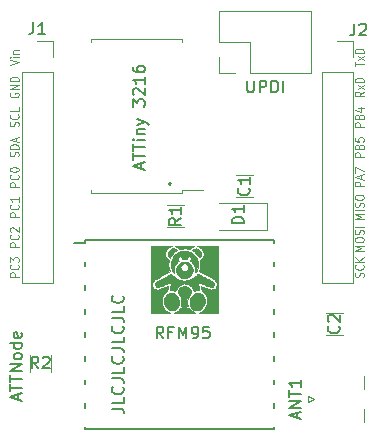
<source format=gto>
%TF.GenerationSoftware,KiCad,Pcbnew,(5.1.10)-1*%
%TF.CreationDate,2021-12-27T13:21:27+01:00*%
%TF.ProjectId,LORA_ATTINY_v3,4c4f5241-5f41-4545-9449-4e595f76332e,rev?*%
%TF.SameCoordinates,Original*%
%TF.FileFunction,Legend,Top*%
%TF.FilePolarity,Positive*%
%FSLAX46Y46*%
G04 Gerber Fmt 4.6, Leading zero omitted, Abs format (unit mm)*
G04 Created by KiCad (PCBNEW (5.1.10)-1) date 2021-12-27 13:21:27*
%MOMM*%
%LPD*%
G01*
G04 APERTURE LIST*
%ADD10C,0.150000*%
%ADD11C,0.250000*%
%ADD12C,0.100000*%
%ADD13C,0.010000*%
%ADD14C,0.120000*%
%ADD15C,0.200000*%
G04 APERTURE END LIST*
D10*
X56808666Y-74739142D02*
X56808666Y-74262952D01*
X57094380Y-74834380D02*
X56094380Y-74501047D01*
X57094380Y-74167714D01*
X56094380Y-73977238D02*
X56094380Y-73405809D01*
X57094380Y-73691523D02*
X56094380Y-73691523D01*
X56094380Y-73215333D02*
X56094380Y-72643904D01*
X57094380Y-72929619D02*
X56094380Y-72929619D01*
X57094380Y-72310571D02*
X56094380Y-72310571D01*
X57094380Y-71739142D01*
X56094380Y-71739142D01*
X57094380Y-71120095D02*
X57046761Y-71215333D01*
X56999142Y-71262952D01*
X56903904Y-71310571D01*
X56618190Y-71310571D01*
X56522952Y-71262952D01*
X56475333Y-71215333D01*
X56427714Y-71120095D01*
X56427714Y-70977238D01*
X56475333Y-70882000D01*
X56522952Y-70834380D01*
X56618190Y-70786761D01*
X56903904Y-70786761D01*
X56999142Y-70834380D01*
X57046761Y-70882000D01*
X57094380Y-70977238D01*
X57094380Y-71120095D01*
X57094380Y-69929619D02*
X56094380Y-69929619D01*
X57046761Y-69929619D02*
X57094380Y-70024857D01*
X57094380Y-70215333D01*
X57046761Y-70310571D01*
X56999142Y-70358190D01*
X56903904Y-70405809D01*
X56618190Y-70405809D01*
X56522952Y-70358190D01*
X56475333Y-70310571D01*
X56427714Y-70215333D01*
X56427714Y-70024857D01*
X56475333Y-69929619D01*
X57046761Y-69072476D02*
X57094380Y-69167714D01*
X57094380Y-69358190D01*
X57046761Y-69453428D01*
X56951523Y-69501047D01*
X56570571Y-69501047D01*
X56475333Y-69453428D01*
X56427714Y-69358190D01*
X56427714Y-69167714D01*
X56475333Y-69072476D01*
X56570571Y-69024857D01*
X56665809Y-69024857D01*
X56761047Y-69501047D01*
X64730380Y-75485047D02*
X65444666Y-75485047D01*
X65587523Y-75532666D01*
X65682761Y-75627904D01*
X65730380Y-75770761D01*
X65730380Y-75866000D01*
X65730380Y-74532666D02*
X65730380Y-75008857D01*
X64730380Y-75008857D01*
X65635142Y-73627904D02*
X65682761Y-73675523D01*
X65730380Y-73818380D01*
X65730380Y-73913619D01*
X65682761Y-74056476D01*
X65587523Y-74151714D01*
X65492285Y-74199333D01*
X65301809Y-74246952D01*
X65158952Y-74246952D01*
X64968476Y-74199333D01*
X64873238Y-74151714D01*
X64778000Y-74056476D01*
X64730380Y-73913619D01*
X64730380Y-73818380D01*
X64778000Y-73675523D01*
X64825619Y-73627904D01*
X64730380Y-72913619D02*
X65444666Y-72913619D01*
X65587523Y-72961238D01*
X65682761Y-73056476D01*
X65730380Y-73199333D01*
X65730380Y-73294571D01*
X65730380Y-71961238D02*
X65730380Y-72437428D01*
X64730380Y-72437428D01*
X65635142Y-71056476D02*
X65682761Y-71104095D01*
X65730380Y-71246952D01*
X65730380Y-71342190D01*
X65682761Y-71485047D01*
X65587523Y-71580285D01*
X65492285Y-71627904D01*
X65301809Y-71675523D01*
X65158952Y-71675523D01*
X64968476Y-71627904D01*
X64873238Y-71580285D01*
X64778000Y-71485047D01*
X64730380Y-71342190D01*
X64730380Y-71246952D01*
X64778000Y-71104095D01*
X64825619Y-71056476D01*
X64730380Y-70342190D02*
X65444666Y-70342190D01*
X65587523Y-70389809D01*
X65682761Y-70485047D01*
X65730380Y-70627904D01*
X65730380Y-70723142D01*
X65730380Y-69389809D02*
X65730380Y-69866000D01*
X64730380Y-69866000D01*
X65635142Y-68485047D02*
X65682761Y-68532666D01*
X65730380Y-68675523D01*
X65730380Y-68770761D01*
X65682761Y-68913619D01*
X65587523Y-69008857D01*
X65492285Y-69056476D01*
X65301809Y-69104095D01*
X65158952Y-69104095D01*
X64968476Y-69056476D01*
X64873238Y-69008857D01*
X64778000Y-68913619D01*
X64730380Y-68770761D01*
X64730380Y-68675523D01*
X64778000Y-68532666D01*
X64825619Y-68485047D01*
X64730380Y-67770761D02*
X65444666Y-67770761D01*
X65587523Y-67818380D01*
X65682761Y-67913619D01*
X65730380Y-68056476D01*
X65730380Y-68151714D01*
X65730380Y-66818380D02*
X65730380Y-67294571D01*
X64730380Y-67294571D01*
X65635142Y-65913619D02*
X65682761Y-65961238D01*
X65730380Y-66104095D01*
X65730380Y-66199333D01*
X65682761Y-66342190D01*
X65587523Y-66437428D01*
X65492285Y-66485047D01*
X65301809Y-66532666D01*
X65158952Y-66532666D01*
X64968476Y-66485047D01*
X64873238Y-66437428D01*
X64778000Y-66342190D01*
X64730380Y-66199333D01*
X64730380Y-66104095D01*
X64778000Y-65961238D01*
X64825619Y-65913619D01*
D11*
X69596000Y-56364142D02*
X69643619Y-56411761D01*
X69596000Y-56459380D01*
X69548380Y-56411761D01*
X69596000Y-56364142D01*
X69596000Y-56459380D01*
D12*
X56854285Y-64304761D02*
X56104285Y-64304761D01*
X56104285Y-64057142D01*
X56140000Y-63995238D01*
X56175714Y-63964285D01*
X56247142Y-63933333D01*
X56354285Y-63933333D01*
X56425714Y-63964285D01*
X56461428Y-63995238D01*
X56497142Y-64057142D01*
X56497142Y-64304761D01*
X56782857Y-63283333D02*
X56818571Y-63314285D01*
X56854285Y-63407142D01*
X56854285Y-63469047D01*
X56818571Y-63561904D01*
X56747142Y-63623809D01*
X56675714Y-63654761D01*
X56532857Y-63685714D01*
X56425714Y-63685714D01*
X56282857Y-63654761D01*
X56211428Y-63623809D01*
X56140000Y-63561904D01*
X56104285Y-63469047D01*
X56104285Y-63407142D01*
X56140000Y-63314285D01*
X56175714Y-63283333D01*
X56104285Y-63066666D02*
X56104285Y-62664285D01*
X56390000Y-62880952D01*
X56390000Y-62788095D01*
X56425714Y-62726190D01*
X56461428Y-62695238D01*
X56532857Y-62664285D01*
X56711428Y-62664285D01*
X56782857Y-62695238D01*
X56818571Y-62726190D01*
X56854285Y-62788095D01*
X56854285Y-62973809D01*
X56818571Y-63035714D01*
X56782857Y-63066666D01*
X56854285Y-61764761D02*
X56104285Y-61764761D01*
X56104285Y-61517142D01*
X56140000Y-61455238D01*
X56175714Y-61424285D01*
X56247142Y-61393333D01*
X56354285Y-61393333D01*
X56425714Y-61424285D01*
X56461428Y-61455238D01*
X56497142Y-61517142D01*
X56497142Y-61764761D01*
X56782857Y-60743333D02*
X56818571Y-60774285D01*
X56854285Y-60867142D01*
X56854285Y-60929047D01*
X56818571Y-61021904D01*
X56747142Y-61083809D01*
X56675714Y-61114761D01*
X56532857Y-61145714D01*
X56425714Y-61145714D01*
X56282857Y-61114761D01*
X56211428Y-61083809D01*
X56140000Y-61021904D01*
X56104285Y-60929047D01*
X56104285Y-60867142D01*
X56140000Y-60774285D01*
X56175714Y-60743333D01*
X56175714Y-60495714D02*
X56140000Y-60464761D01*
X56104285Y-60402857D01*
X56104285Y-60248095D01*
X56140000Y-60186190D01*
X56175714Y-60155238D01*
X56247142Y-60124285D01*
X56318571Y-60124285D01*
X56425714Y-60155238D01*
X56854285Y-60526666D01*
X56854285Y-60124285D01*
X56854285Y-59224761D02*
X56104285Y-59224761D01*
X56104285Y-58977142D01*
X56140000Y-58915238D01*
X56175714Y-58884285D01*
X56247142Y-58853333D01*
X56354285Y-58853333D01*
X56425714Y-58884285D01*
X56461428Y-58915238D01*
X56497142Y-58977142D01*
X56497142Y-59224761D01*
X56782857Y-58203333D02*
X56818571Y-58234285D01*
X56854285Y-58327142D01*
X56854285Y-58389047D01*
X56818571Y-58481904D01*
X56747142Y-58543809D01*
X56675714Y-58574761D01*
X56532857Y-58605714D01*
X56425714Y-58605714D01*
X56282857Y-58574761D01*
X56211428Y-58543809D01*
X56140000Y-58481904D01*
X56104285Y-58389047D01*
X56104285Y-58327142D01*
X56140000Y-58234285D01*
X56175714Y-58203333D01*
X56854285Y-57584285D02*
X56854285Y-57955714D01*
X56854285Y-57770000D02*
X56104285Y-57770000D01*
X56211428Y-57831904D01*
X56282857Y-57893809D01*
X56318571Y-57955714D01*
X56854285Y-56684761D02*
X56104285Y-56684761D01*
X56104285Y-56437142D01*
X56140000Y-56375238D01*
X56175714Y-56344285D01*
X56247142Y-56313333D01*
X56354285Y-56313333D01*
X56425714Y-56344285D01*
X56461428Y-56375238D01*
X56497142Y-56437142D01*
X56497142Y-56684761D01*
X56782857Y-55663333D02*
X56818571Y-55694285D01*
X56854285Y-55787142D01*
X56854285Y-55849047D01*
X56818571Y-55941904D01*
X56747142Y-56003809D01*
X56675714Y-56034761D01*
X56532857Y-56065714D01*
X56425714Y-56065714D01*
X56282857Y-56034761D01*
X56211428Y-56003809D01*
X56140000Y-55941904D01*
X56104285Y-55849047D01*
X56104285Y-55787142D01*
X56140000Y-55694285D01*
X56175714Y-55663333D01*
X56104285Y-55260952D02*
X56104285Y-55199047D01*
X56140000Y-55137142D01*
X56175714Y-55106190D01*
X56247142Y-55075238D01*
X56390000Y-55044285D01*
X56568571Y-55044285D01*
X56711428Y-55075238D01*
X56782857Y-55106190D01*
X56818571Y-55137142D01*
X56854285Y-55199047D01*
X56854285Y-55260952D01*
X56818571Y-55322857D01*
X56782857Y-55353809D01*
X56711428Y-55384761D01*
X56568571Y-55415714D01*
X56390000Y-55415714D01*
X56247142Y-55384761D01*
X56175714Y-55353809D01*
X56140000Y-55322857D01*
X56104285Y-55260952D01*
X56818571Y-54129285D02*
X56854285Y-54036428D01*
X56854285Y-53881666D01*
X56818571Y-53819761D01*
X56782857Y-53788809D01*
X56711428Y-53757857D01*
X56640000Y-53757857D01*
X56568571Y-53788809D01*
X56532857Y-53819761D01*
X56497142Y-53881666D01*
X56461428Y-54005476D01*
X56425714Y-54067380D01*
X56390000Y-54098333D01*
X56318571Y-54129285D01*
X56247142Y-54129285D01*
X56175714Y-54098333D01*
X56140000Y-54067380D01*
X56104285Y-54005476D01*
X56104285Y-53850714D01*
X56140000Y-53757857D01*
X56854285Y-53479285D02*
X56104285Y-53479285D01*
X56104285Y-53324523D01*
X56140000Y-53231666D01*
X56211428Y-53169761D01*
X56282857Y-53138809D01*
X56425714Y-53107857D01*
X56532857Y-53107857D01*
X56675714Y-53138809D01*
X56747142Y-53169761D01*
X56818571Y-53231666D01*
X56854285Y-53324523D01*
X56854285Y-53479285D01*
X56640000Y-52860238D02*
X56640000Y-52550714D01*
X56854285Y-52922142D02*
X56104285Y-52705476D01*
X56854285Y-52488809D01*
X56818571Y-51573809D02*
X56854285Y-51480952D01*
X56854285Y-51326190D01*
X56818571Y-51264285D01*
X56782857Y-51233333D01*
X56711428Y-51202380D01*
X56640000Y-51202380D01*
X56568571Y-51233333D01*
X56532857Y-51264285D01*
X56497142Y-51326190D01*
X56461428Y-51450000D01*
X56425714Y-51511904D01*
X56390000Y-51542857D01*
X56318571Y-51573809D01*
X56247142Y-51573809D01*
X56175714Y-51542857D01*
X56140000Y-51511904D01*
X56104285Y-51450000D01*
X56104285Y-51295238D01*
X56140000Y-51202380D01*
X56782857Y-50552380D02*
X56818571Y-50583333D01*
X56854285Y-50676190D01*
X56854285Y-50738095D01*
X56818571Y-50830952D01*
X56747142Y-50892857D01*
X56675714Y-50923809D01*
X56532857Y-50954761D01*
X56425714Y-50954761D01*
X56282857Y-50923809D01*
X56211428Y-50892857D01*
X56140000Y-50830952D01*
X56104285Y-50738095D01*
X56104285Y-50676190D01*
X56140000Y-50583333D01*
X56175714Y-50552380D01*
X56854285Y-49964285D02*
X56854285Y-50273809D01*
X56104285Y-50273809D01*
X56140000Y-48755238D02*
X56104285Y-48817142D01*
X56104285Y-48910000D01*
X56140000Y-49002857D01*
X56211428Y-49064761D01*
X56282857Y-49095714D01*
X56425714Y-49126666D01*
X56532857Y-49126666D01*
X56675714Y-49095714D01*
X56747142Y-49064761D01*
X56818571Y-49002857D01*
X56854285Y-48910000D01*
X56854285Y-48848095D01*
X56818571Y-48755238D01*
X56782857Y-48724285D01*
X56532857Y-48724285D01*
X56532857Y-48848095D01*
X56854285Y-48445714D02*
X56104285Y-48445714D01*
X56854285Y-48074285D01*
X56104285Y-48074285D01*
X56854285Y-47764761D02*
X56104285Y-47764761D01*
X56104285Y-47610000D01*
X56140000Y-47517142D01*
X56211428Y-47455238D01*
X56282857Y-47424285D01*
X56425714Y-47393333D01*
X56532857Y-47393333D01*
X56675714Y-47424285D01*
X56747142Y-47455238D01*
X56818571Y-47517142D01*
X56854285Y-47610000D01*
X56854285Y-47764761D01*
X56104285Y-46385476D02*
X56854285Y-46168809D01*
X56104285Y-45952142D01*
X56854285Y-45735476D02*
X56354285Y-45735476D01*
X56104285Y-45735476D02*
X56140000Y-45766428D01*
X56175714Y-45735476D01*
X56140000Y-45704523D01*
X56104285Y-45735476D01*
X56175714Y-45735476D01*
X56354285Y-45425952D02*
X56854285Y-45425952D01*
X56425714Y-45425952D02*
X56390000Y-45395000D01*
X56354285Y-45333095D01*
X56354285Y-45240238D01*
X56390000Y-45178333D01*
X56461428Y-45147380D01*
X56854285Y-45147380D01*
X85314285Y-46493809D02*
X85314285Y-46122380D01*
X86064285Y-46308095D02*
X85314285Y-46308095D01*
X86064285Y-45967619D02*
X85564285Y-45627142D01*
X85564285Y-45967619D02*
X86064285Y-45627142D01*
X86064285Y-45379523D02*
X85314285Y-45379523D01*
X85314285Y-45224761D01*
X85350000Y-45131904D01*
X85421428Y-45070000D01*
X85492857Y-45039047D01*
X85635714Y-45008095D01*
X85742857Y-45008095D01*
X85885714Y-45039047D01*
X85957142Y-45070000D01*
X86028571Y-45131904D01*
X86064285Y-45224761D01*
X86064285Y-45379523D01*
X86064285Y-48646904D02*
X85707142Y-48863571D01*
X86064285Y-49018333D02*
X85314285Y-49018333D01*
X85314285Y-48770714D01*
X85350000Y-48708809D01*
X85385714Y-48677857D01*
X85457142Y-48646904D01*
X85564285Y-48646904D01*
X85635714Y-48677857D01*
X85671428Y-48708809D01*
X85707142Y-48770714D01*
X85707142Y-49018333D01*
X86064285Y-48430238D02*
X85564285Y-48089761D01*
X85564285Y-48430238D02*
X86064285Y-48089761D01*
X86064285Y-47842142D02*
X85314285Y-47842142D01*
X85314285Y-47687380D01*
X85350000Y-47594523D01*
X85421428Y-47532619D01*
X85492857Y-47501666D01*
X85635714Y-47470714D01*
X85742857Y-47470714D01*
X85885714Y-47501666D01*
X85957142Y-47532619D01*
X86028571Y-47594523D01*
X86064285Y-47687380D01*
X86064285Y-47842142D01*
X86064285Y-51604761D02*
X85314285Y-51604761D01*
X85314285Y-51357142D01*
X85350000Y-51295238D01*
X85385714Y-51264285D01*
X85457142Y-51233333D01*
X85564285Y-51233333D01*
X85635714Y-51264285D01*
X85671428Y-51295238D01*
X85707142Y-51357142D01*
X85707142Y-51604761D01*
X85671428Y-50738095D02*
X85707142Y-50645238D01*
X85742857Y-50614285D01*
X85814285Y-50583333D01*
X85921428Y-50583333D01*
X85992857Y-50614285D01*
X86028571Y-50645238D01*
X86064285Y-50707142D01*
X86064285Y-50954761D01*
X85314285Y-50954761D01*
X85314285Y-50738095D01*
X85350000Y-50676190D01*
X85385714Y-50645238D01*
X85457142Y-50614285D01*
X85528571Y-50614285D01*
X85600000Y-50645238D01*
X85635714Y-50676190D01*
X85671428Y-50738095D01*
X85671428Y-50954761D01*
X85564285Y-50026190D02*
X86064285Y-50026190D01*
X85278571Y-50180952D02*
X85814285Y-50335714D01*
X85814285Y-49933333D01*
X86064285Y-54144761D02*
X85314285Y-54144761D01*
X85314285Y-53897142D01*
X85350000Y-53835238D01*
X85385714Y-53804285D01*
X85457142Y-53773333D01*
X85564285Y-53773333D01*
X85635714Y-53804285D01*
X85671428Y-53835238D01*
X85707142Y-53897142D01*
X85707142Y-54144761D01*
X85671428Y-53278095D02*
X85707142Y-53185238D01*
X85742857Y-53154285D01*
X85814285Y-53123333D01*
X85921428Y-53123333D01*
X85992857Y-53154285D01*
X86028571Y-53185238D01*
X86064285Y-53247142D01*
X86064285Y-53494761D01*
X85314285Y-53494761D01*
X85314285Y-53278095D01*
X85350000Y-53216190D01*
X85385714Y-53185238D01*
X85457142Y-53154285D01*
X85528571Y-53154285D01*
X85600000Y-53185238D01*
X85635714Y-53216190D01*
X85671428Y-53278095D01*
X85671428Y-53494761D01*
X85314285Y-52535238D02*
X85314285Y-52844761D01*
X85671428Y-52875714D01*
X85635714Y-52844761D01*
X85600000Y-52782857D01*
X85600000Y-52628095D01*
X85635714Y-52566190D01*
X85671428Y-52535238D01*
X85742857Y-52504285D01*
X85921428Y-52504285D01*
X85992857Y-52535238D01*
X86028571Y-52566190D01*
X86064285Y-52628095D01*
X86064285Y-52782857D01*
X86028571Y-52844761D01*
X85992857Y-52875714D01*
X86064285Y-56638333D02*
X85314285Y-56638333D01*
X85314285Y-56390714D01*
X85350000Y-56328809D01*
X85385714Y-56297857D01*
X85457142Y-56266904D01*
X85564285Y-56266904D01*
X85635714Y-56297857D01*
X85671428Y-56328809D01*
X85707142Y-56390714D01*
X85707142Y-56638333D01*
X85850000Y-56019285D02*
X85850000Y-55709761D01*
X86064285Y-56081190D02*
X85314285Y-55864523D01*
X86064285Y-55647857D01*
X85314285Y-55493095D02*
X85314285Y-55059761D01*
X86064285Y-55338333D01*
X86064285Y-59441428D02*
X85314285Y-59441428D01*
X85850000Y-59224761D01*
X85314285Y-59008095D01*
X86064285Y-59008095D01*
X86064285Y-58698571D02*
X85314285Y-58698571D01*
X86028571Y-58420000D02*
X86064285Y-58327142D01*
X86064285Y-58172380D01*
X86028571Y-58110476D01*
X85992857Y-58079523D01*
X85921428Y-58048571D01*
X85850000Y-58048571D01*
X85778571Y-58079523D01*
X85742857Y-58110476D01*
X85707142Y-58172380D01*
X85671428Y-58296190D01*
X85635714Y-58358095D01*
X85600000Y-58389047D01*
X85528571Y-58420000D01*
X85457142Y-58420000D01*
X85385714Y-58389047D01*
X85350000Y-58358095D01*
X85314285Y-58296190D01*
X85314285Y-58141428D01*
X85350000Y-58048571D01*
X85314285Y-57646190D02*
X85314285Y-57522380D01*
X85350000Y-57460476D01*
X85421428Y-57398571D01*
X85564285Y-57367619D01*
X85814285Y-57367619D01*
X85957142Y-57398571D01*
X86028571Y-57460476D01*
X86064285Y-57522380D01*
X86064285Y-57646190D01*
X86028571Y-57708095D01*
X85957142Y-57770000D01*
X85814285Y-57800952D01*
X85564285Y-57800952D01*
X85421428Y-57770000D01*
X85350000Y-57708095D01*
X85314285Y-57646190D01*
X86064285Y-62108428D02*
X85314285Y-62108428D01*
X85850000Y-61891761D01*
X85314285Y-61675095D01*
X86064285Y-61675095D01*
X85314285Y-61241761D02*
X85314285Y-61117952D01*
X85350000Y-61056047D01*
X85421428Y-60994142D01*
X85564285Y-60963190D01*
X85814285Y-60963190D01*
X85957142Y-60994142D01*
X86028571Y-61056047D01*
X86064285Y-61117952D01*
X86064285Y-61241761D01*
X86028571Y-61303666D01*
X85957142Y-61365571D01*
X85814285Y-61396523D01*
X85564285Y-61396523D01*
X85421428Y-61365571D01*
X85350000Y-61303666D01*
X85314285Y-61241761D01*
X86028571Y-60715571D02*
X86064285Y-60622714D01*
X86064285Y-60467952D01*
X86028571Y-60406047D01*
X85992857Y-60375095D01*
X85921428Y-60344142D01*
X85850000Y-60344142D01*
X85778571Y-60375095D01*
X85742857Y-60406047D01*
X85707142Y-60467952D01*
X85671428Y-60591761D01*
X85635714Y-60653666D01*
X85600000Y-60684619D01*
X85528571Y-60715571D01*
X85457142Y-60715571D01*
X85385714Y-60684619D01*
X85350000Y-60653666D01*
X85314285Y-60591761D01*
X85314285Y-60437000D01*
X85350000Y-60344142D01*
X86064285Y-60065571D02*
X85314285Y-60065571D01*
X86028571Y-64335714D02*
X86064285Y-64242857D01*
X86064285Y-64088095D01*
X86028571Y-64026190D01*
X85992857Y-63995238D01*
X85921428Y-63964285D01*
X85850000Y-63964285D01*
X85778571Y-63995238D01*
X85742857Y-64026190D01*
X85707142Y-64088095D01*
X85671428Y-64211904D01*
X85635714Y-64273809D01*
X85600000Y-64304761D01*
X85528571Y-64335714D01*
X85457142Y-64335714D01*
X85385714Y-64304761D01*
X85350000Y-64273809D01*
X85314285Y-64211904D01*
X85314285Y-64057142D01*
X85350000Y-63964285D01*
X85992857Y-63314285D02*
X86028571Y-63345238D01*
X86064285Y-63438095D01*
X86064285Y-63500000D01*
X86028571Y-63592857D01*
X85957142Y-63654761D01*
X85885714Y-63685714D01*
X85742857Y-63716666D01*
X85635714Y-63716666D01*
X85492857Y-63685714D01*
X85421428Y-63654761D01*
X85350000Y-63592857D01*
X85314285Y-63500000D01*
X85314285Y-63438095D01*
X85350000Y-63345238D01*
X85385714Y-63314285D01*
X86064285Y-63035714D02*
X85314285Y-63035714D01*
X86064285Y-62664285D02*
X85635714Y-62942857D01*
X85314285Y-62664285D02*
X85742857Y-63035714D01*
D13*
%TO.C,G\u002A\u002A\u002A*%
G36*
X69837300Y-61671696D02*
G01*
X69703388Y-61734039D01*
X69575669Y-61812311D01*
X69455750Y-61919824D01*
X69351812Y-62045643D01*
X69272039Y-62178834D01*
X69224610Y-62308463D01*
X69215000Y-62386755D01*
X69239978Y-62527811D01*
X69313573Y-62668969D01*
X69407708Y-62780825D01*
X69538638Y-62912551D01*
X69526204Y-63199925D01*
X69521745Y-63332817D01*
X69522947Y-63430953D01*
X69531481Y-63510220D01*
X69549021Y-63586506D01*
X69575870Y-63671637D01*
X69637970Y-63855975D01*
X69407435Y-63979223D01*
X69304712Y-64033921D01*
X69170623Y-64105000D01*
X69018793Y-64185254D01*
X68862849Y-64267477D01*
X68771403Y-64315586D01*
X68632937Y-64390576D01*
X68503641Y-64464675D01*
X68393087Y-64532089D01*
X68310848Y-64587023D01*
X68272392Y-64617600D01*
X68184961Y-64731201D01*
X68140475Y-64857197D01*
X68135523Y-64987207D01*
X68166691Y-65112850D01*
X68230569Y-65225747D01*
X68323742Y-65317517D01*
X68442800Y-65379780D01*
X68584329Y-65404156D01*
X68592700Y-65404231D01*
X68660365Y-65398710D01*
X68743015Y-65380355D01*
X68849210Y-65346580D01*
X68987507Y-65294801D01*
X69088000Y-65254608D01*
X69214140Y-65203858D01*
X69322481Y-65161254D01*
X69404903Y-65129913D01*
X69453281Y-65112947D01*
X69462573Y-65110948D01*
X69462545Y-65137095D01*
X69456890Y-65201153D01*
X69446760Y-65290685D01*
X69443465Y-65317162D01*
X69425656Y-65430340D01*
X69405330Y-65500874D01*
X69379942Y-65536921D01*
X69373692Y-65540893D01*
X69334361Y-65570163D01*
X69273043Y-65624783D01*
X69202668Y-65693205D01*
X69199252Y-65696671D01*
X69074260Y-65858747D01*
X68989921Y-66045298D01*
X68947162Y-66249138D01*
X68946905Y-66463084D01*
X68990077Y-66679951D01*
X69051912Y-66841046D01*
X69166892Y-67029387D01*
X69316929Y-67182850D01*
X69497681Y-67297610D01*
X69628665Y-67349350D01*
X69652537Y-67358396D01*
X69657576Y-67365710D01*
X69639671Y-67371485D01*
X69594713Y-67375914D01*
X69518592Y-67379190D01*
X69407196Y-67381504D01*
X69256417Y-67383051D01*
X69062143Y-67384021D01*
X68878450Y-67384500D01*
X68021200Y-67386200D01*
X68021200Y-61671200D01*
X69837300Y-61671696D01*
G37*
X69837300Y-61671696D02*
X69703388Y-61734039D01*
X69575669Y-61812311D01*
X69455750Y-61919824D01*
X69351812Y-62045643D01*
X69272039Y-62178834D01*
X69224610Y-62308463D01*
X69215000Y-62386755D01*
X69239978Y-62527811D01*
X69313573Y-62668969D01*
X69407708Y-62780825D01*
X69538638Y-62912551D01*
X69526204Y-63199925D01*
X69521745Y-63332817D01*
X69522947Y-63430953D01*
X69531481Y-63510220D01*
X69549021Y-63586506D01*
X69575870Y-63671637D01*
X69637970Y-63855975D01*
X69407435Y-63979223D01*
X69304712Y-64033921D01*
X69170623Y-64105000D01*
X69018793Y-64185254D01*
X68862849Y-64267477D01*
X68771403Y-64315586D01*
X68632937Y-64390576D01*
X68503641Y-64464675D01*
X68393087Y-64532089D01*
X68310848Y-64587023D01*
X68272392Y-64617600D01*
X68184961Y-64731201D01*
X68140475Y-64857197D01*
X68135523Y-64987207D01*
X68166691Y-65112850D01*
X68230569Y-65225747D01*
X68323742Y-65317517D01*
X68442800Y-65379780D01*
X68584329Y-65404156D01*
X68592700Y-65404231D01*
X68660365Y-65398710D01*
X68743015Y-65380355D01*
X68849210Y-65346580D01*
X68987507Y-65294801D01*
X69088000Y-65254608D01*
X69214140Y-65203858D01*
X69322481Y-65161254D01*
X69404903Y-65129913D01*
X69453281Y-65112947D01*
X69462573Y-65110948D01*
X69462545Y-65137095D01*
X69456890Y-65201153D01*
X69446760Y-65290685D01*
X69443465Y-65317162D01*
X69425656Y-65430340D01*
X69405330Y-65500874D01*
X69379942Y-65536921D01*
X69373692Y-65540893D01*
X69334361Y-65570163D01*
X69273043Y-65624783D01*
X69202668Y-65693205D01*
X69199252Y-65696671D01*
X69074260Y-65858747D01*
X68989921Y-66045298D01*
X68947162Y-66249138D01*
X68946905Y-66463084D01*
X68990077Y-66679951D01*
X69051912Y-66841046D01*
X69166892Y-67029387D01*
X69316929Y-67182850D01*
X69497681Y-67297610D01*
X69628665Y-67349350D01*
X69652537Y-67358396D01*
X69657576Y-67365710D01*
X69639671Y-67371485D01*
X69594713Y-67375914D01*
X69518592Y-67379190D01*
X69407196Y-67381504D01*
X69256417Y-67383051D01*
X69062143Y-67384021D01*
X68878450Y-67384500D01*
X68021200Y-67386200D01*
X68021200Y-61671200D01*
X69837300Y-61671696D01*
G36*
X71351219Y-67119399D02*
G01*
X71493991Y-67244985D01*
X71652225Y-67332818D01*
X71742300Y-67362366D01*
X71735365Y-67366550D01*
X71682632Y-67370406D01*
X71589103Y-67373826D01*
X71459778Y-67376702D01*
X71299659Y-67378927D01*
X71113747Y-67380393D01*
X70907044Y-67380991D01*
X70878700Y-67381000D01*
X70669644Y-67380523D01*
X70480725Y-67379165D01*
X70316944Y-67377033D01*
X70183302Y-67374236D01*
X70084801Y-67370881D01*
X70026441Y-67367076D01*
X70013224Y-67362929D01*
X70015100Y-67362366D01*
X70176215Y-67299155D01*
X70329241Y-67193612D01*
X70406180Y-67119399D01*
X70515577Y-67000717D01*
X71241822Y-67000717D01*
X71351219Y-67119399D01*
G37*
X71351219Y-67119399D02*
X71493991Y-67244985D01*
X71652225Y-67332818D01*
X71742300Y-67362366D01*
X71735365Y-67366550D01*
X71682632Y-67370406D01*
X71589103Y-67373826D01*
X71459778Y-67376702D01*
X71299659Y-67378927D01*
X71113747Y-67380393D01*
X70907044Y-67380991D01*
X70878700Y-67381000D01*
X70669644Y-67380523D01*
X70480725Y-67379165D01*
X70316944Y-67377033D01*
X70183302Y-67374236D01*
X70084801Y-67370881D01*
X70026441Y-67367076D01*
X70013224Y-67362929D01*
X70015100Y-67362366D01*
X70176215Y-67299155D01*
X70329241Y-67193612D01*
X70406180Y-67119399D01*
X70515577Y-67000717D01*
X71241822Y-67000717D01*
X71351219Y-67119399D01*
G36*
X73736200Y-67386200D02*
G01*
X72878950Y-67384500D01*
X72648026Y-67383845D01*
X72463792Y-67382763D01*
X72322137Y-67381062D01*
X72218951Y-67378551D01*
X72150124Y-67375035D01*
X72111545Y-67370323D01*
X72099105Y-67364221D01*
X72108692Y-67356538D01*
X72128734Y-67349350D01*
X72317548Y-67265816D01*
X72478920Y-67146017D01*
X72611063Y-66996824D01*
X72712194Y-66825106D01*
X72780526Y-66637736D01*
X72814275Y-66441584D01*
X72811655Y-66243520D01*
X72770882Y-66050416D01*
X72690169Y-65869142D01*
X72567732Y-65706569D01*
X72558147Y-65696671D01*
X72487302Y-65627636D01*
X72424497Y-65571655D01*
X72382864Y-65540407D01*
X72381717Y-65539780D01*
X72354504Y-65511745D01*
X72333717Y-65454811D01*
X72316367Y-65359607D01*
X72310767Y-65317226D01*
X72300103Y-65223399D01*
X72293804Y-65151617D01*
X72292921Y-65114493D01*
X72293649Y-65112125D01*
X72318447Y-65118708D01*
X72382052Y-65141577D01*
X72476312Y-65177640D01*
X72593073Y-65223807D01*
X72669400Y-65254608D01*
X72830738Y-65318265D01*
X72954905Y-65362387D01*
X73050460Y-65389558D01*
X73125963Y-65402365D01*
X73164700Y-65404231D01*
X73307433Y-65382174D01*
X73427849Y-65321750D01*
X73522534Y-65231342D01*
X73588079Y-65119330D01*
X73621070Y-64994096D01*
X73618096Y-64864019D01*
X73575745Y-64737482D01*
X73490605Y-64622865D01*
X73484992Y-64617434D01*
X73437631Y-64581831D01*
X73351811Y-64526944D01*
X73234258Y-64456703D01*
X73091700Y-64375035D01*
X72930865Y-64285866D01*
X72758480Y-64193126D01*
X72755632Y-64191618D01*
X72119801Y-63854867D01*
X72181715Y-63671083D01*
X72209393Y-63582913D01*
X72226481Y-63506864D01*
X72234647Y-63427064D01*
X72235558Y-63327638D01*
X72231195Y-63199925D01*
X72218761Y-62912551D01*
X72349691Y-62780825D01*
X72461285Y-62642605D01*
X72525891Y-62501154D01*
X72542400Y-62386755D01*
X72520800Y-62265467D01*
X72461456Y-62133400D01*
X72372549Y-62001489D01*
X72262260Y-61880667D01*
X72138771Y-61781870D01*
X72054011Y-61734039D01*
X71920100Y-61671696D01*
X73736200Y-61671200D01*
X73736200Y-67386200D01*
G37*
X73736200Y-67386200D02*
X72878950Y-67384500D01*
X72648026Y-67383845D01*
X72463792Y-67382763D01*
X72322137Y-67381062D01*
X72218951Y-67378551D01*
X72150124Y-67375035D01*
X72111545Y-67370323D01*
X72099105Y-67364221D01*
X72108692Y-67356538D01*
X72128734Y-67349350D01*
X72317548Y-67265816D01*
X72478920Y-67146017D01*
X72611063Y-66996824D01*
X72712194Y-66825106D01*
X72780526Y-66637736D01*
X72814275Y-66441584D01*
X72811655Y-66243520D01*
X72770882Y-66050416D01*
X72690169Y-65869142D01*
X72567732Y-65706569D01*
X72558147Y-65696671D01*
X72487302Y-65627636D01*
X72424497Y-65571655D01*
X72382864Y-65540407D01*
X72381717Y-65539780D01*
X72354504Y-65511745D01*
X72333717Y-65454811D01*
X72316367Y-65359607D01*
X72310767Y-65317226D01*
X72300103Y-65223399D01*
X72293804Y-65151617D01*
X72292921Y-65114493D01*
X72293649Y-65112125D01*
X72318447Y-65118708D01*
X72382052Y-65141577D01*
X72476312Y-65177640D01*
X72593073Y-65223807D01*
X72669400Y-65254608D01*
X72830738Y-65318265D01*
X72954905Y-65362387D01*
X73050460Y-65389558D01*
X73125963Y-65402365D01*
X73164700Y-65404231D01*
X73307433Y-65382174D01*
X73427849Y-65321750D01*
X73522534Y-65231342D01*
X73588079Y-65119330D01*
X73621070Y-64994096D01*
X73618096Y-64864019D01*
X73575745Y-64737482D01*
X73490605Y-64622865D01*
X73484992Y-64617434D01*
X73437631Y-64581831D01*
X73351811Y-64526944D01*
X73234258Y-64456703D01*
X73091700Y-64375035D01*
X72930865Y-64285866D01*
X72758480Y-64193126D01*
X72755632Y-64191618D01*
X72119801Y-63854867D01*
X72181715Y-63671083D01*
X72209393Y-63582913D01*
X72226481Y-63506864D01*
X72234647Y-63427064D01*
X72235558Y-63327638D01*
X72231195Y-63199925D01*
X72218761Y-62912551D01*
X72349691Y-62780825D01*
X72461285Y-62642605D01*
X72525891Y-62501154D01*
X72542400Y-62386755D01*
X72520800Y-62265467D01*
X72461456Y-62133400D01*
X72372549Y-62001489D01*
X72262260Y-61880667D01*
X72138771Y-61781870D01*
X72054011Y-61734039D01*
X71920100Y-61671696D01*
X73736200Y-61671200D01*
X73736200Y-67386200D01*
G36*
X69932498Y-65708165D02*
G01*
X70074799Y-65783973D01*
X70183856Y-65879097D01*
X70293768Y-66023291D01*
X70367941Y-66181329D01*
X70408118Y-66346646D01*
X70416043Y-66512675D01*
X70393460Y-66672849D01*
X70342111Y-66820601D01*
X70263741Y-66949365D01*
X70160093Y-67052575D01*
X70032911Y-67123663D01*
X69883938Y-67156063D01*
X69844465Y-67157351D01*
X69754960Y-67145634D01*
X69652992Y-67116087D01*
X69608700Y-67097837D01*
X69453840Y-66998461D01*
X69327548Y-66861754D01*
X69234782Y-66695370D01*
X69180504Y-66506959D01*
X69170255Y-66421409D01*
X69176379Y-66232083D01*
X69219244Y-66065349D01*
X69293217Y-65924220D01*
X69392663Y-65811711D01*
X69511948Y-65730837D01*
X69645439Y-65684612D01*
X69787500Y-65676050D01*
X69932498Y-65708165D01*
G37*
X69932498Y-65708165D02*
X70074799Y-65783973D01*
X70183856Y-65879097D01*
X70293768Y-66023291D01*
X70367941Y-66181329D01*
X70408118Y-66346646D01*
X70416043Y-66512675D01*
X70393460Y-66672849D01*
X70342111Y-66820601D01*
X70263741Y-66949365D01*
X70160093Y-67052575D01*
X70032911Y-67123663D01*
X69883938Y-67156063D01*
X69844465Y-67157351D01*
X69754960Y-67145634D01*
X69652992Y-67116087D01*
X69608700Y-67097837D01*
X69453840Y-66998461D01*
X69327548Y-66861754D01*
X69234782Y-66695370D01*
X69180504Y-66506959D01*
X69170255Y-66421409D01*
X69176379Y-66232083D01*
X69219244Y-66065349D01*
X69293217Y-65924220D01*
X69392663Y-65811711D01*
X69511948Y-65730837D01*
X69645439Y-65684612D01*
X69787500Y-65676050D01*
X69932498Y-65708165D01*
G36*
X72155613Y-65694793D02*
G01*
X72293425Y-65756031D01*
X72413233Y-65859281D01*
X72468796Y-65933885D01*
X72545447Y-66081935D01*
X72583749Y-66231767D01*
X72588352Y-66402533D01*
X72587144Y-66421409D01*
X72554769Y-66602535D01*
X72488297Y-66765619D01*
X72393661Y-66906168D01*
X72276794Y-67019693D01*
X72143629Y-67101702D01*
X72000097Y-67147705D01*
X71852132Y-67153211D01*
X71705666Y-67113730D01*
X71685191Y-67104146D01*
X71551177Y-67011316D01*
X71449206Y-66886382D01*
X71379997Y-66737232D01*
X71344269Y-66571754D01*
X71342740Y-66397836D01*
X71376131Y-66223368D01*
X71445159Y-66056237D01*
X71550544Y-65904333D01*
X71573543Y-65879097D01*
X71708761Y-65767720D01*
X71855819Y-65700181D01*
X72007257Y-65676024D01*
X72155613Y-65694793D01*
G37*
X72155613Y-65694793D02*
X72293425Y-65756031D01*
X72413233Y-65859281D01*
X72468796Y-65933885D01*
X72545447Y-66081935D01*
X72583749Y-66231767D01*
X72588352Y-66402533D01*
X72587144Y-66421409D01*
X72554769Y-66602535D01*
X72488297Y-66765619D01*
X72393661Y-66906168D01*
X72276794Y-67019693D01*
X72143629Y-67101702D01*
X72000097Y-67147705D01*
X71852132Y-67153211D01*
X71705666Y-67113730D01*
X71685191Y-67104146D01*
X71551177Y-67011316D01*
X71449206Y-66886382D01*
X71379997Y-66737232D01*
X71344269Y-66571754D01*
X71342740Y-66397836D01*
X71376131Y-66223368D01*
X71445159Y-66056237D01*
X71550544Y-65904333D01*
X71573543Y-65879097D01*
X71708761Y-65767720D01*
X71855819Y-65700181D01*
X72007257Y-65676024D01*
X72155613Y-65694793D01*
G36*
X70960043Y-65111731D02*
G01*
X71101514Y-65149797D01*
X71230418Y-65223859D01*
X71338685Y-65333916D01*
X71410812Y-65461334D01*
X71442790Y-65558314D01*
X71442292Y-65635518D01*
X71406312Y-65711945D01*
X71361850Y-65770968D01*
X71245643Y-65942318D01*
X71170157Y-66127259D01*
X71131168Y-66337286D01*
X71125629Y-66413261D01*
X71123165Y-66542426D01*
X71128609Y-66650903D01*
X71141198Y-66724428D01*
X71142545Y-66728529D01*
X71159973Y-66784837D01*
X71165081Y-66814940D01*
X71164564Y-66815971D01*
X71133910Y-66822635D01*
X71066542Y-66828760D01*
X70976542Y-66833776D01*
X70877996Y-66837111D01*
X70784988Y-66838193D01*
X70711603Y-66836452D01*
X70693320Y-66835086D01*
X70626156Y-66825958D01*
X70598719Y-66810917D01*
X70599991Y-66781737D01*
X70604420Y-66768729D01*
X70612830Y-66720642D01*
X70619317Y-66635381D01*
X70623069Y-66526562D01*
X70623647Y-66446400D01*
X70621620Y-66318782D01*
X70614964Y-66226256D01*
X70601036Y-66153153D01*
X70577189Y-66083802D01*
X70553246Y-66029243D01*
X70499885Y-65927632D01*
X70436319Y-65826155D01*
X70395549Y-65770968D01*
X70334593Y-65684695D01*
X70311095Y-65610141D01*
X70322049Y-65528307D01*
X70346587Y-65461334D01*
X70429861Y-65319422D01*
X70540913Y-65213506D01*
X70671674Y-65143585D01*
X70814073Y-65109660D01*
X70960043Y-65111731D01*
G37*
X70960043Y-65111731D02*
X71101514Y-65149797D01*
X71230418Y-65223859D01*
X71338685Y-65333916D01*
X71410812Y-65461334D01*
X71442790Y-65558314D01*
X71442292Y-65635518D01*
X71406312Y-65711945D01*
X71361850Y-65770968D01*
X71245643Y-65942318D01*
X71170157Y-66127259D01*
X71131168Y-66337286D01*
X71125629Y-66413261D01*
X71123165Y-66542426D01*
X71128609Y-66650903D01*
X71141198Y-66724428D01*
X71142545Y-66728529D01*
X71159973Y-66784837D01*
X71165081Y-66814940D01*
X71164564Y-66815971D01*
X71133910Y-66822635D01*
X71066542Y-66828760D01*
X70976542Y-66833776D01*
X70877996Y-66837111D01*
X70784988Y-66838193D01*
X70711603Y-66836452D01*
X70693320Y-66835086D01*
X70626156Y-66825958D01*
X70598719Y-66810917D01*
X70599991Y-66781737D01*
X70604420Y-66768729D01*
X70612830Y-66720642D01*
X70619317Y-66635381D01*
X70623069Y-66526562D01*
X70623647Y-66446400D01*
X70621620Y-66318782D01*
X70614964Y-66226256D01*
X70601036Y-66153153D01*
X70577189Y-66083802D01*
X70553246Y-66029243D01*
X70499885Y-65927632D01*
X70436319Y-65826155D01*
X70395549Y-65770968D01*
X70334593Y-65684695D01*
X70311095Y-65610141D01*
X70322049Y-65528307D01*
X70346587Y-65461334D01*
X70429861Y-65319422D01*
X70540913Y-65213506D01*
X70671674Y-65143585D01*
X70814073Y-65109660D01*
X70960043Y-65111731D01*
G36*
X69916568Y-64229935D02*
G01*
X70073052Y-64369246D01*
X70227551Y-64471542D01*
X70397449Y-64546769D01*
X70550670Y-64592755D01*
X70741906Y-64631075D01*
X70914992Y-64639648D01*
X71092956Y-64618473D01*
X71206729Y-64592755D01*
X71401085Y-64531425D01*
X71566448Y-64450589D01*
X71720271Y-64340271D01*
X71840177Y-64230589D01*
X71915384Y-64157061D01*
X71975844Y-64099252D01*
X72013376Y-64064913D01*
X72021478Y-64058800D01*
X72044930Y-64070161D01*
X72107412Y-64102204D01*
X72203046Y-64151865D01*
X72325954Y-64216080D01*
X72470255Y-64291786D01*
X72630073Y-64375919D01*
X72634800Y-64378412D01*
X72847634Y-64491816D01*
X73018820Y-64586267D01*
X73152447Y-64664921D01*
X73252601Y-64730933D01*
X73323373Y-64787460D01*
X73368850Y-64837656D01*
X73393120Y-64884679D01*
X73400272Y-64931684D01*
X73397180Y-64966906D01*
X73370686Y-65047230D01*
X73327136Y-65115728D01*
X73326378Y-65116542D01*
X73284328Y-65151561D01*
X73233744Y-65171066D01*
X73168409Y-65173996D01*
X73082105Y-65159291D01*
X72968616Y-65125891D01*
X72821726Y-65072735D01*
X72635216Y-64998763D01*
X72634814Y-64998600D01*
X72492741Y-64942002D01*
X72363824Y-64892844D01*
X72256600Y-64854208D01*
X72179607Y-64829174D01*
X72142277Y-64820800D01*
X72096702Y-64829746D01*
X72067828Y-64861016D01*
X72054276Y-64921260D01*
X72054669Y-65017125D01*
X72067628Y-65155259D01*
X72069564Y-65171670D01*
X72081402Y-65280876D01*
X72088763Y-65369972D01*
X72090864Y-65427814D01*
X72088703Y-65443829D01*
X72058110Y-65451251D01*
X71995869Y-65455449D01*
X71969860Y-65455800D01*
X71871961Y-65465121D01*
X71772480Y-65487958D01*
X71760646Y-65491907D01*
X71658306Y-65528015D01*
X71642843Y-65445592D01*
X71598553Y-65323245D01*
X71516649Y-65197619D01*
X71407922Y-65080855D01*
X71283162Y-64985089D01*
X71190003Y-64936180D01*
X71008489Y-64885775D01*
X70823578Y-64880222D01*
X70643340Y-64915988D01*
X70475848Y-64989543D01*
X70329171Y-65097354D01*
X70211380Y-65235890D01*
X70131278Y-65399450D01*
X70089389Y-65523188D01*
X70001444Y-65491426D01*
X69922361Y-65472085D01*
X69823640Y-65459753D01*
X69779849Y-65457732D01*
X69646199Y-65455800D01*
X69659913Y-65360550D01*
X69684640Y-65181803D01*
X69700104Y-65047037D01*
X69705801Y-64950192D01*
X69701229Y-64885211D01*
X69685885Y-64846033D01*
X69659267Y-64826602D01*
X69620871Y-64820857D01*
X69615122Y-64820800D01*
X69574676Y-64830090D01*
X69495904Y-64855905D01*
X69387344Y-64895164D01*
X69257534Y-64944783D01*
X69122585Y-64998600D01*
X68935993Y-65072612D01*
X68789032Y-65125807D01*
X68675485Y-65159245D01*
X68589135Y-65173985D01*
X68523765Y-65171088D01*
X68473158Y-65151614D01*
X68431098Y-65116624D01*
X68431021Y-65116542D01*
X68387342Y-65048559D01*
X68360420Y-64968120D01*
X68360219Y-64966906D01*
X68357579Y-64917972D01*
X68368988Y-64871396D01*
X68398535Y-64824044D01*
X68450309Y-64772785D01*
X68528398Y-64714484D01*
X68636891Y-64646010D01*
X68779876Y-64564228D01*
X68961444Y-64466007D01*
X69129168Y-64377696D01*
X69741836Y-64057491D01*
X69916568Y-64229935D01*
G37*
X69916568Y-64229935D02*
X70073052Y-64369246D01*
X70227551Y-64471542D01*
X70397449Y-64546769D01*
X70550670Y-64592755D01*
X70741906Y-64631075D01*
X70914992Y-64639648D01*
X71092956Y-64618473D01*
X71206729Y-64592755D01*
X71401085Y-64531425D01*
X71566448Y-64450589D01*
X71720271Y-64340271D01*
X71840177Y-64230589D01*
X71915384Y-64157061D01*
X71975844Y-64099252D01*
X72013376Y-64064913D01*
X72021478Y-64058800D01*
X72044930Y-64070161D01*
X72107412Y-64102204D01*
X72203046Y-64151865D01*
X72325954Y-64216080D01*
X72470255Y-64291786D01*
X72630073Y-64375919D01*
X72634800Y-64378412D01*
X72847634Y-64491816D01*
X73018820Y-64586267D01*
X73152447Y-64664921D01*
X73252601Y-64730933D01*
X73323373Y-64787460D01*
X73368850Y-64837656D01*
X73393120Y-64884679D01*
X73400272Y-64931684D01*
X73397180Y-64966906D01*
X73370686Y-65047230D01*
X73327136Y-65115728D01*
X73326378Y-65116542D01*
X73284328Y-65151561D01*
X73233744Y-65171066D01*
X73168409Y-65173996D01*
X73082105Y-65159291D01*
X72968616Y-65125891D01*
X72821726Y-65072735D01*
X72635216Y-64998763D01*
X72634814Y-64998600D01*
X72492741Y-64942002D01*
X72363824Y-64892844D01*
X72256600Y-64854208D01*
X72179607Y-64829174D01*
X72142277Y-64820800D01*
X72096702Y-64829746D01*
X72067828Y-64861016D01*
X72054276Y-64921260D01*
X72054669Y-65017125D01*
X72067628Y-65155259D01*
X72069564Y-65171670D01*
X72081402Y-65280876D01*
X72088763Y-65369972D01*
X72090864Y-65427814D01*
X72088703Y-65443829D01*
X72058110Y-65451251D01*
X71995869Y-65455449D01*
X71969860Y-65455800D01*
X71871961Y-65465121D01*
X71772480Y-65487958D01*
X71760646Y-65491907D01*
X71658306Y-65528015D01*
X71642843Y-65445592D01*
X71598553Y-65323245D01*
X71516649Y-65197619D01*
X71407922Y-65080855D01*
X71283162Y-64985089D01*
X71190003Y-64936180D01*
X71008489Y-64885775D01*
X70823578Y-64880222D01*
X70643340Y-64915988D01*
X70475848Y-64989543D01*
X70329171Y-65097354D01*
X70211380Y-65235890D01*
X70131278Y-65399450D01*
X70089389Y-65523188D01*
X70001444Y-65491426D01*
X69922361Y-65472085D01*
X69823640Y-65459753D01*
X69779849Y-65457732D01*
X69646199Y-65455800D01*
X69659913Y-65360550D01*
X69684640Y-65181803D01*
X69700104Y-65047037D01*
X69705801Y-64950192D01*
X69701229Y-64885211D01*
X69685885Y-64846033D01*
X69659267Y-64826602D01*
X69620871Y-64820857D01*
X69615122Y-64820800D01*
X69574676Y-64830090D01*
X69495904Y-64855905D01*
X69387344Y-64895164D01*
X69257534Y-64944783D01*
X69122585Y-64998600D01*
X68935993Y-65072612D01*
X68789032Y-65125807D01*
X68675485Y-65159245D01*
X68589135Y-65173985D01*
X68523765Y-65171088D01*
X68473158Y-65151614D01*
X68431098Y-65116624D01*
X68431021Y-65116542D01*
X68387342Y-65048559D01*
X68360420Y-64968120D01*
X68360219Y-64966906D01*
X68357579Y-64917972D01*
X68368988Y-64871396D01*
X68398535Y-64824044D01*
X68450309Y-64772785D01*
X68528398Y-64714484D01*
X68636891Y-64646010D01*
X68779876Y-64564228D01*
X68961444Y-64466007D01*
X69129168Y-64377696D01*
X69741836Y-64057491D01*
X69916568Y-64229935D01*
G36*
X71039893Y-63067177D02*
G01*
X71168828Y-63103445D01*
X71280088Y-63170995D01*
X71364911Y-63250124D01*
X71468522Y-63392739D01*
X71535020Y-63555014D01*
X71562046Y-63725381D01*
X71547239Y-63892274D01*
X71515764Y-63989515D01*
X71445592Y-64108251D01*
X71345347Y-64223327D01*
X71232574Y-64315936D01*
X71185232Y-64343845D01*
X71092059Y-64376593D01*
X70972734Y-64398691D01*
X70847786Y-64408144D01*
X70737744Y-64402955D01*
X70688035Y-64392188D01*
X70527775Y-64315363D01*
X70386998Y-64201139D01*
X70278005Y-64060612D01*
X70241635Y-63989515D01*
X70199533Y-63830649D01*
X70200736Y-63661092D01*
X70242884Y-63492411D01*
X70254726Y-63469493D01*
X70540078Y-63469493D01*
X70540147Y-63530905D01*
X70561983Y-63607121D01*
X70625404Y-63717878D01*
X70722101Y-63793656D01*
X70843694Y-63828551D01*
X70878700Y-63830200D01*
X71006109Y-63806376D01*
X71071793Y-63772221D01*
X71156152Y-63686322D01*
X71195416Y-63607121D01*
X71217321Y-63530506D01*
X71217252Y-63469094D01*
X71195416Y-63392878D01*
X71135237Y-63285937D01*
X71048134Y-63213502D01*
X70944464Y-63175571D01*
X70834587Y-63172146D01*
X70728860Y-63203225D01*
X70637643Y-63268810D01*
X70571294Y-63368899D01*
X70561983Y-63392878D01*
X70540078Y-63469493D01*
X70254726Y-63469493D01*
X70323617Y-63336173D01*
X70392488Y-63250124D01*
X70500093Y-63153811D01*
X70613875Y-63093362D01*
X70748417Y-63062965D01*
X70878700Y-63056379D01*
X71039893Y-63067177D01*
G37*
X71039893Y-63067177D02*
X71168828Y-63103445D01*
X71280088Y-63170995D01*
X71364911Y-63250124D01*
X71468522Y-63392739D01*
X71535020Y-63555014D01*
X71562046Y-63725381D01*
X71547239Y-63892274D01*
X71515764Y-63989515D01*
X71445592Y-64108251D01*
X71345347Y-64223327D01*
X71232574Y-64315936D01*
X71185232Y-64343845D01*
X71092059Y-64376593D01*
X70972734Y-64398691D01*
X70847786Y-64408144D01*
X70737744Y-64402955D01*
X70688035Y-64392188D01*
X70527775Y-64315363D01*
X70386998Y-64201139D01*
X70278005Y-64060612D01*
X70241635Y-63989515D01*
X70199533Y-63830649D01*
X70200736Y-63661092D01*
X70242884Y-63492411D01*
X70254726Y-63469493D01*
X70540078Y-63469493D01*
X70540147Y-63530905D01*
X70561983Y-63607121D01*
X70625404Y-63717878D01*
X70722101Y-63793656D01*
X70843694Y-63828551D01*
X70878700Y-63830200D01*
X71006109Y-63806376D01*
X71071793Y-63772221D01*
X71156152Y-63686322D01*
X71195416Y-63607121D01*
X71217321Y-63530506D01*
X71217252Y-63469094D01*
X71195416Y-63392878D01*
X71135237Y-63285937D01*
X71048134Y-63213502D01*
X70944464Y-63175571D01*
X70834587Y-63172146D01*
X70728860Y-63203225D01*
X70637643Y-63268810D01*
X70571294Y-63368899D01*
X70561983Y-63392878D01*
X70540078Y-63469493D01*
X70254726Y-63469493D01*
X70323617Y-63336173D01*
X70392488Y-63250124D01*
X70500093Y-63153811D01*
X70613875Y-63093362D01*
X70748417Y-63062965D01*
X70878700Y-63056379D01*
X71039893Y-63067177D01*
G36*
X71049257Y-62143015D02*
G01*
X71100174Y-62152304D01*
X71324543Y-62222889D01*
X71522681Y-62332539D01*
X71691703Y-62475485D01*
X71828726Y-62645959D01*
X71930866Y-62838192D01*
X71995239Y-63046413D01*
X72018960Y-63264854D01*
X71999146Y-63487746D01*
X71932912Y-63709320D01*
X71907308Y-63766891D01*
X71853540Y-63874837D01*
X71815431Y-63936322D01*
X71790376Y-63950473D01*
X71775770Y-63916417D01*
X71769008Y-63833283D01*
X71767478Y-63720042D01*
X71765745Y-63594574D01*
X71759244Y-63505458D01*
X71745635Y-63438305D01*
X71722580Y-63378727D01*
X71706948Y-63347600D01*
X71610594Y-63191140D01*
X71505638Y-63067038D01*
X71413126Y-62992634D01*
X71327187Y-62939521D01*
X71388693Y-62878015D01*
X71431307Y-62820500D01*
X71450150Y-62765582D01*
X71450200Y-62763400D01*
X71430368Y-62704625D01*
X71382203Y-62643811D01*
X71322698Y-62598626D01*
X71279206Y-62585600D01*
X71199012Y-62608307D01*
X71141350Y-62667172D01*
X71120000Y-62745790D01*
X71120000Y-62826900D01*
X70637400Y-62826900D01*
X70637400Y-62745790D01*
X70614831Y-62665101D01*
X70556328Y-62607082D01*
X70478193Y-62585600D01*
X70421669Y-62606220D01*
X70363182Y-62656302D01*
X70319728Y-62718176D01*
X70307200Y-62763400D01*
X70324457Y-62817453D01*
X70366236Y-62875502D01*
X70368706Y-62878015D01*
X70430212Y-62939521D01*
X70344273Y-62992634D01*
X70238327Y-63080572D01*
X70134017Y-63209284D01*
X70050451Y-63347600D01*
X70021986Y-63408397D01*
X70004022Y-63469589D01*
X69994254Y-63545443D01*
X69990376Y-63650227D01*
X69989921Y-63722221D01*
X69989285Y-63830285D01*
X69987744Y-63916442D01*
X69985550Y-63970068D01*
X69983710Y-63982571D01*
X69967522Y-63963504D01*
X69933392Y-63915183D01*
X69913583Y-63885682D01*
X69821088Y-63703742D01*
X69762823Y-63496882D01*
X69740462Y-63279182D01*
X69755681Y-63064718D01*
X69796685Y-62903100D01*
X69896019Y-62693160D01*
X70032637Y-62510814D01*
X70200091Y-62359777D01*
X70391929Y-62243763D01*
X70601703Y-62166488D01*
X70822962Y-62131667D01*
X71049257Y-62143015D01*
G37*
X71049257Y-62143015D02*
X71100174Y-62152304D01*
X71324543Y-62222889D01*
X71522681Y-62332539D01*
X71691703Y-62475485D01*
X71828726Y-62645959D01*
X71930866Y-62838192D01*
X71995239Y-63046413D01*
X72018960Y-63264854D01*
X71999146Y-63487746D01*
X71932912Y-63709320D01*
X71907308Y-63766891D01*
X71853540Y-63874837D01*
X71815431Y-63936322D01*
X71790376Y-63950473D01*
X71775770Y-63916417D01*
X71769008Y-63833283D01*
X71767478Y-63720042D01*
X71765745Y-63594574D01*
X71759244Y-63505458D01*
X71745635Y-63438305D01*
X71722580Y-63378727D01*
X71706948Y-63347600D01*
X71610594Y-63191140D01*
X71505638Y-63067038D01*
X71413126Y-62992634D01*
X71327187Y-62939521D01*
X71388693Y-62878015D01*
X71431307Y-62820500D01*
X71450150Y-62765582D01*
X71450200Y-62763400D01*
X71430368Y-62704625D01*
X71382203Y-62643811D01*
X71322698Y-62598626D01*
X71279206Y-62585600D01*
X71199012Y-62608307D01*
X71141350Y-62667172D01*
X71120000Y-62745790D01*
X71120000Y-62826900D01*
X70637400Y-62826900D01*
X70637400Y-62745790D01*
X70614831Y-62665101D01*
X70556328Y-62607082D01*
X70478193Y-62585600D01*
X70421669Y-62606220D01*
X70363182Y-62656302D01*
X70319728Y-62718176D01*
X70307200Y-62763400D01*
X70324457Y-62817453D01*
X70366236Y-62875502D01*
X70368706Y-62878015D01*
X70430212Y-62939521D01*
X70344273Y-62992634D01*
X70238327Y-63080572D01*
X70134017Y-63209284D01*
X70050451Y-63347600D01*
X70021986Y-63408397D01*
X70004022Y-63469589D01*
X69994254Y-63545443D01*
X69990376Y-63650227D01*
X69989921Y-63722221D01*
X69989285Y-63830285D01*
X69987744Y-63916442D01*
X69985550Y-63970068D01*
X69983710Y-63982571D01*
X69967522Y-63963504D01*
X69933392Y-63915183D01*
X69913583Y-63885682D01*
X69821088Y-63703742D01*
X69762823Y-63496882D01*
X69740462Y-63279182D01*
X69755681Y-63064718D01*
X69796685Y-62903100D01*
X69896019Y-62693160D01*
X70032637Y-62510814D01*
X70200091Y-62359777D01*
X70391929Y-62243763D01*
X70601703Y-62166488D01*
X70822962Y-62131667D01*
X71049257Y-62143015D01*
G36*
X69995123Y-61914722D02*
G01*
X70114863Y-61967947D01*
X70144969Y-61989166D01*
X70234837Y-62057711D01*
X70110346Y-62141548D01*
X69999687Y-62228591D01*
X69886344Y-62338633D01*
X69784470Y-62456373D01*
X69708216Y-62566509D01*
X69695037Y-62590623D01*
X69661705Y-62649863D01*
X69636504Y-62683952D01*
X69631074Y-62687200D01*
X69606265Y-62670321D01*
X69561517Y-62627959D01*
X69542430Y-62608035D01*
X69491309Y-62542545D01*
X69456889Y-62478989D01*
X69452708Y-62466034D01*
X69451621Y-62366159D01*
X69489256Y-62253507D01*
X69559229Y-62138664D01*
X69655152Y-62032213D01*
X69765246Y-61948037D01*
X69875917Y-61907796D01*
X69995123Y-61914722D01*
G37*
X69995123Y-61914722D02*
X70114863Y-61967947D01*
X70144969Y-61989166D01*
X70234837Y-62057711D01*
X70110346Y-62141548D01*
X69999687Y-62228591D01*
X69886344Y-62338633D01*
X69784470Y-62456373D01*
X69708216Y-62566509D01*
X69695037Y-62590623D01*
X69661705Y-62649863D01*
X69636504Y-62683952D01*
X69631074Y-62687200D01*
X69606265Y-62670321D01*
X69561517Y-62627959D01*
X69542430Y-62608035D01*
X69491309Y-62542545D01*
X69456889Y-62478989D01*
X69452708Y-62466034D01*
X69451621Y-62366159D01*
X69489256Y-62253507D01*
X69559229Y-62138664D01*
X69655152Y-62032213D01*
X69765246Y-61948037D01*
X69875917Y-61907796D01*
X69995123Y-61914722D01*
G36*
X71959804Y-61930434D02*
G01*
X71988257Y-61945806D01*
X72105712Y-62036323D01*
X72204207Y-62145985D01*
X72275465Y-62262981D01*
X72311208Y-62375501D01*
X72313800Y-62410336D01*
X72296903Y-62478542D01*
X72255031Y-62558551D01*
X72201413Y-62628681D01*
X72159893Y-62662606D01*
X72126079Y-62672044D01*
X72097689Y-62651337D01*
X72063000Y-62591872D01*
X72062610Y-62591108D01*
X71994532Y-62484714D01*
X71897345Y-62367063D01*
X71785226Y-62253490D01*
X71672350Y-62159331D01*
X71647053Y-62141548D01*
X71522562Y-62057711D01*
X71612430Y-61989166D01*
X71729448Y-61924869D01*
X71848396Y-61904927D01*
X71959804Y-61930434D01*
G37*
X71959804Y-61930434D02*
X71988257Y-61945806D01*
X72105712Y-62036323D01*
X72204207Y-62145985D01*
X72275465Y-62262981D01*
X72311208Y-62375501D01*
X72313800Y-62410336D01*
X72296903Y-62478542D01*
X72255031Y-62558551D01*
X72201413Y-62628681D01*
X72159893Y-62662606D01*
X72126079Y-62672044D01*
X72097689Y-62651337D01*
X72063000Y-62591872D01*
X72062610Y-62591108D01*
X71994532Y-62484714D01*
X71897345Y-62367063D01*
X71785226Y-62253490D01*
X71672350Y-62159331D01*
X71647053Y-62141548D01*
X71522562Y-62057711D01*
X71612430Y-61989166D01*
X71729448Y-61924869D01*
X71848396Y-61904927D01*
X71959804Y-61930434D01*
G36*
X70878700Y-61674498D02*
G01*
X71082201Y-61675268D01*
X71265798Y-61676986D01*
X71424280Y-61679522D01*
X71552434Y-61682746D01*
X71645049Y-61686531D01*
X71696915Y-61690746D01*
X71704035Y-61694932D01*
X71548935Y-61762770D01*
X71414704Y-61860991D01*
X71384149Y-61891779D01*
X71331921Y-61943792D01*
X71293201Y-61962943D01*
X71250102Y-61956309D01*
X71234877Y-61950819D01*
X71121786Y-61923008D01*
X70977351Y-61909033D01*
X70819023Y-61908601D01*
X70664253Y-61921422D01*
X70530492Y-61947203D01*
X70480540Y-61963443D01*
X70434531Y-61957948D01*
X70395362Y-61914939D01*
X70326278Y-61841785D01*
X70221996Y-61770860D01*
X70097523Y-61712144D01*
X70081590Y-61706266D01*
X70063083Y-61697505D01*
X70064318Y-61690431D01*
X70089341Y-61684883D01*
X70142194Y-61680700D01*
X70226925Y-61677721D01*
X70347576Y-61675785D01*
X70508192Y-61674731D01*
X70712819Y-61674396D01*
X70878700Y-61674498D01*
G37*
X70878700Y-61674498D02*
X71082201Y-61675268D01*
X71265798Y-61676986D01*
X71424280Y-61679522D01*
X71552434Y-61682746D01*
X71645049Y-61686531D01*
X71696915Y-61690746D01*
X71704035Y-61694932D01*
X71548935Y-61762770D01*
X71414704Y-61860991D01*
X71384149Y-61891779D01*
X71331921Y-61943792D01*
X71293201Y-61962943D01*
X71250102Y-61956309D01*
X71234877Y-61950819D01*
X71121786Y-61923008D01*
X70977351Y-61909033D01*
X70819023Y-61908601D01*
X70664253Y-61921422D01*
X70530492Y-61947203D01*
X70480540Y-61963443D01*
X70434531Y-61957948D01*
X70395362Y-61914939D01*
X70326278Y-61841785D01*
X70221996Y-61770860D01*
X70097523Y-61712144D01*
X70081590Y-61706266D01*
X70063083Y-61697505D01*
X70064318Y-61690431D01*
X70089341Y-61684883D01*
X70142194Y-61680700D01*
X70226925Y-61677721D01*
X70347576Y-61675785D01*
X70508192Y-61674731D01*
X70712819Y-61674396D01*
X70878700Y-61674498D01*
D14*
%TO.C,ANT1*%
X81314000Y-74926000D02*
X81814000Y-74676000D01*
X81314000Y-74426000D02*
X81314000Y-74926000D01*
X81814000Y-74676000D02*
X81314000Y-74426000D01*
X86074000Y-76626000D02*
X86074000Y-75516000D01*
X86074000Y-73836000D02*
X86074000Y-72726000D01*
%TO.C,C1*%
X75234748Y-55732000D02*
X76657252Y-55732000D01*
X75234748Y-57552000D02*
X76657252Y-57552000D01*
%TO.C,C2*%
X82854748Y-69236000D02*
X84277252Y-69236000D01*
X82854748Y-67416000D02*
X84277252Y-67416000D01*
%TO.C,D1*%
X73838000Y-60317000D02*
X77898000Y-60317000D01*
X77898000Y-60317000D02*
X77898000Y-58047000D01*
X77898000Y-58047000D02*
X73838000Y-58047000D01*
%TO.C,J1*%
X57090000Y-46990000D02*
X59750000Y-46990000D01*
X57090000Y-46990000D02*
X57090000Y-64830000D01*
X57090000Y-64830000D02*
X59750000Y-64830000D01*
X59750000Y-46990000D02*
X59750000Y-64830000D01*
X59750000Y-44390000D02*
X59750000Y-45720000D01*
X58420000Y-44390000D02*
X59750000Y-44390000D01*
%TO.C,J2*%
X83820000Y-44390000D02*
X85150000Y-44390000D01*
X85150000Y-44390000D02*
X85150000Y-45720000D01*
X85150000Y-46990000D02*
X85150000Y-64830000D01*
X82490000Y-64830000D02*
X85150000Y-64830000D01*
X82490000Y-46990000D02*
X82490000Y-64830000D01*
X82490000Y-46990000D02*
X85150000Y-46990000D01*
%TO.C,UPDI*%
X81580000Y-47050000D02*
X81580000Y-41850000D01*
X76440000Y-47050000D02*
X81580000Y-47050000D01*
X73840000Y-41850000D02*
X81580000Y-41850000D01*
X76440000Y-47050000D02*
X76440000Y-44450000D01*
X76440000Y-44450000D02*
X73840000Y-44450000D01*
X73840000Y-44450000D02*
X73840000Y-41850000D01*
X75170000Y-47050000D02*
X73840000Y-47050000D01*
X73840000Y-47050000D02*
X73840000Y-45720000D01*
%TO.C,R1*%
X70831064Y-58272000D02*
X69376936Y-58272000D01*
X70831064Y-60092000D02*
X69376936Y-60092000D01*
%TO.C,R2*%
X59584000Y-70900936D02*
X59584000Y-72355064D01*
X57764000Y-70900936D02*
X57764000Y-72355064D01*
D15*
%TO.C,RFM95*%
X62484000Y-77230000D02*
X62484000Y-77030000D01*
X78484000Y-77230000D02*
X62484000Y-77230000D01*
X78484000Y-77030000D02*
X78484000Y-77230000D01*
X78484000Y-75030000D02*
X78484000Y-75430000D01*
X78484000Y-73030000D02*
X78484000Y-73430000D01*
X78484000Y-71030000D02*
X78484000Y-71430000D01*
X78484000Y-69030000D02*
X78484000Y-69430000D01*
X78484000Y-67030000D02*
X78484000Y-67430000D01*
X78484000Y-65030000D02*
X78484000Y-65430000D01*
X78484000Y-63030000D02*
X78484000Y-63430000D01*
X78484000Y-61230000D02*
X78484000Y-61430000D01*
X62484000Y-75030000D02*
X62484000Y-75430000D01*
X62484000Y-61430000D02*
X62484000Y-61230000D01*
X61484000Y-61430000D02*
X62484000Y-61430000D01*
X62484000Y-63430000D02*
X62484000Y-63030000D01*
X62484000Y-65430000D02*
X62484000Y-65030000D01*
X62484000Y-67030000D02*
X62484000Y-67430000D01*
X62484000Y-69030000D02*
X62484000Y-69430000D01*
X62484000Y-71030000D02*
X62484000Y-71430000D01*
X62484000Y-73030000D02*
X62484000Y-73430000D01*
X62484000Y-61230000D02*
X78484000Y-61230000D01*
D14*
%TO.C,ATTiny 3216*%
X66802000Y-44163000D02*
X62942000Y-44163000D01*
X62942000Y-44163000D02*
X62942000Y-44398000D01*
X66802000Y-44163000D02*
X70662000Y-44163000D01*
X70662000Y-44163000D02*
X70662000Y-44398000D01*
X66802000Y-57183000D02*
X62942000Y-57183000D01*
X62942000Y-57183000D02*
X62942000Y-56948000D01*
X66802000Y-57183000D02*
X70662000Y-57183000D01*
X70662000Y-57183000D02*
X70662000Y-56948000D01*
X70662000Y-56948000D02*
X72477000Y-56948000D01*
%TO.C,ANT1*%
D10*
X80430666Y-76295047D02*
X80430666Y-75818857D01*
X80716380Y-76390285D02*
X79716380Y-76056952D01*
X80716380Y-75723619D01*
X80716380Y-75390285D02*
X79716380Y-75390285D01*
X80716380Y-74818857D01*
X79716380Y-74818857D01*
X79716380Y-74485523D02*
X79716380Y-73914095D01*
X80716380Y-74199809D02*
X79716380Y-74199809D01*
X80716380Y-73056952D02*
X80716380Y-73628380D01*
X80716380Y-73342666D02*
X79716380Y-73342666D01*
X79859238Y-73437904D01*
X79954476Y-73533142D01*
X80002095Y-73628380D01*
%TO.C,C1*%
X76303142Y-56808666D02*
X76350761Y-56856285D01*
X76398380Y-56999142D01*
X76398380Y-57094380D01*
X76350761Y-57237238D01*
X76255523Y-57332476D01*
X76160285Y-57380095D01*
X75969809Y-57427714D01*
X75826952Y-57427714D01*
X75636476Y-57380095D01*
X75541238Y-57332476D01*
X75446000Y-57237238D01*
X75398380Y-57094380D01*
X75398380Y-56999142D01*
X75446000Y-56856285D01*
X75493619Y-56808666D01*
X76398380Y-55856285D02*
X76398380Y-56427714D01*
X76398380Y-56142000D02*
X75398380Y-56142000D01*
X75541238Y-56237238D01*
X75636476Y-56332476D01*
X75684095Y-56427714D01*
%TO.C,C2*%
X83923142Y-68492666D02*
X83970761Y-68540285D01*
X84018380Y-68683142D01*
X84018380Y-68778380D01*
X83970761Y-68921238D01*
X83875523Y-69016476D01*
X83780285Y-69064095D01*
X83589809Y-69111714D01*
X83446952Y-69111714D01*
X83256476Y-69064095D01*
X83161238Y-69016476D01*
X83066000Y-68921238D01*
X83018380Y-68778380D01*
X83018380Y-68683142D01*
X83066000Y-68540285D01*
X83113619Y-68492666D01*
X83113619Y-68111714D02*
X83066000Y-68064095D01*
X83018380Y-67968857D01*
X83018380Y-67730761D01*
X83066000Y-67635523D01*
X83113619Y-67587904D01*
X83208857Y-67540285D01*
X83304095Y-67540285D01*
X83446952Y-67587904D01*
X84018380Y-68159333D01*
X84018380Y-67540285D01*
%TO.C,D1*%
X75890380Y-59793095D02*
X74890380Y-59793095D01*
X74890380Y-59555000D01*
X74938000Y-59412142D01*
X75033238Y-59316904D01*
X75128476Y-59269285D01*
X75318952Y-59221666D01*
X75461809Y-59221666D01*
X75652285Y-59269285D01*
X75747523Y-59316904D01*
X75842761Y-59412142D01*
X75890380Y-59555000D01*
X75890380Y-59793095D01*
X75890380Y-58269285D02*
X75890380Y-58840714D01*
X75890380Y-58555000D02*
X74890380Y-58555000D01*
X75033238Y-58650238D01*
X75128476Y-58745476D01*
X75176095Y-58840714D01*
%TO.C,J1*%
X58086666Y-42759380D02*
X58086666Y-43473666D01*
X58039047Y-43616523D01*
X57943809Y-43711761D01*
X57800952Y-43759380D01*
X57705714Y-43759380D01*
X59086666Y-43759380D02*
X58515238Y-43759380D01*
X58800952Y-43759380D02*
X58800952Y-42759380D01*
X58705714Y-42902238D01*
X58610476Y-42997476D01*
X58515238Y-43045095D01*
%TO.C,J2*%
X85264666Y-42886380D02*
X85264666Y-43600666D01*
X85217047Y-43743523D01*
X85121809Y-43838761D01*
X84978952Y-43886380D01*
X84883714Y-43886380D01*
X85693238Y-42981619D02*
X85740857Y-42934000D01*
X85836095Y-42886380D01*
X86074190Y-42886380D01*
X86169428Y-42934000D01*
X86217047Y-42981619D01*
X86264666Y-43076857D01*
X86264666Y-43172095D01*
X86217047Y-43314952D01*
X85645619Y-43886380D01*
X86264666Y-43886380D01*
%TO.C,UPDI*%
X76186190Y-47712380D02*
X76186190Y-48521904D01*
X76233809Y-48617142D01*
X76281428Y-48664761D01*
X76376666Y-48712380D01*
X76567142Y-48712380D01*
X76662380Y-48664761D01*
X76710000Y-48617142D01*
X76757619Y-48521904D01*
X76757619Y-47712380D01*
X77233809Y-48712380D02*
X77233809Y-47712380D01*
X77614761Y-47712380D01*
X77710000Y-47760000D01*
X77757619Y-47807619D01*
X77805238Y-47902857D01*
X77805238Y-48045714D01*
X77757619Y-48140952D01*
X77710000Y-48188571D01*
X77614761Y-48236190D01*
X77233809Y-48236190D01*
X78233809Y-48712380D02*
X78233809Y-47712380D01*
X78471904Y-47712380D01*
X78614761Y-47760000D01*
X78710000Y-47855238D01*
X78757619Y-47950476D01*
X78805238Y-48140952D01*
X78805238Y-48283809D01*
X78757619Y-48474285D01*
X78710000Y-48569523D01*
X78614761Y-48664761D01*
X78471904Y-48712380D01*
X78233809Y-48712380D01*
X79233809Y-48712380D02*
X79233809Y-47712380D01*
%TO.C,R1*%
X70556380Y-59348666D02*
X70080190Y-59682000D01*
X70556380Y-59920095D02*
X69556380Y-59920095D01*
X69556380Y-59539142D01*
X69604000Y-59443904D01*
X69651619Y-59396285D01*
X69746857Y-59348666D01*
X69889714Y-59348666D01*
X69984952Y-59396285D01*
X70032571Y-59443904D01*
X70080190Y-59539142D01*
X70080190Y-59920095D01*
X70556380Y-58396285D02*
X70556380Y-58967714D01*
X70556380Y-58682000D02*
X69556380Y-58682000D01*
X69699238Y-58777238D01*
X69794476Y-58872476D01*
X69842095Y-58967714D01*
%TO.C,R2*%
X58507333Y-72080380D02*
X58174000Y-71604190D01*
X57935904Y-72080380D02*
X57935904Y-71080380D01*
X58316857Y-71080380D01*
X58412095Y-71128000D01*
X58459714Y-71175619D01*
X58507333Y-71270857D01*
X58507333Y-71413714D01*
X58459714Y-71508952D01*
X58412095Y-71556571D01*
X58316857Y-71604190D01*
X57935904Y-71604190D01*
X58888285Y-71175619D02*
X58935904Y-71128000D01*
X59031142Y-71080380D01*
X59269238Y-71080380D01*
X59364476Y-71128000D01*
X59412095Y-71175619D01*
X59459714Y-71270857D01*
X59459714Y-71366095D01*
X59412095Y-71508952D01*
X58840666Y-72080380D01*
X59459714Y-72080380D01*
%TO.C,RFM95*%
X69096142Y-69540380D02*
X68762809Y-69064190D01*
X68524714Y-69540380D02*
X68524714Y-68540380D01*
X68905666Y-68540380D01*
X69000904Y-68588000D01*
X69048523Y-68635619D01*
X69096142Y-68730857D01*
X69096142Y-68873714D01*
X69048523Y-68968952D01*
X69000904Y-69016571D01*
X68905666Y-69064190D01*
X68524714Y-69064190D01*
X69858047Y-69016571D02*
X69524714Y-69016571D01*
X69524714Y-69540380D02*
X69524714Y-68540380D01*
X70000904Y-68540380D01*
X70381857Y-69540380D02*
X70381857Y-68540380D01*
X70715190Y-69254666D01*
X71048523Y-68540380D01*
X71048523Y-69540380D01*
X71572333Y-69540380D02*
X71762809Y-69540380D01*
X71858047Y-69492761D01*
X71905666Y-69445142D01*
X72000904Y-69302285D01*
X72048523Y-69111809D01*
X72048523Y-68730857D01*
X72000904Y-68635619D01*
X71953285Y-68588000D01*
X71858047Y-68540380D01*
X71667571Y-68540380D01*
X71572333Y-68588000D01*
X71524714Y-68635619D01*
X71477095Y-68730857D01*
X71477095Y-68968952D01*
X71524714Y-69064190D01*
X71572333Y-69111809D01*
X71667571Y-69159428D01*
X71858047Y-69159428D01*
X71953285Y-69111809D01*
X72000904Y-69064190D01*
X72048523Y-68968952D01*
X72953285Y-68540380D02*
X72477095Y-68540380D01*
X72429476Y-69016571D01*
X72477095Y-68968952D01*
X72572333Y-68921333D01*
X72810428Y-68921333D01*
X72905666Y-68968952D01*
X72953285Y-69016571D01*
X73000904Y-69111809D01*
X73000904Y-69349904D01*
X72953285Y-69445142D01*
X72905666Y-69492761D01*
X72810428Y-69540380D01*
X72572333Y-69540380D01*
X72477095Y-69492761D01*
X72429476Y-69445142D01*
%TO.C,ATTiny 3216*%
X67222666Y-55157142D02*
X67222666Y-54680952D01*
X67508380Y-55252380D02*
X66508380Y-54919047D01*
X67508380Y-54585714D01*
X66508380Y-54395238D02*
X66508380Y-53823809D01*
X67508380Y-54109523D02*
X66508380Y-54109523D01*
X66508380Y-53633333D02*
X66508380Y-53061904D01*
X67508380Y-53347619D02*
X66508380Y-53347619D01*
X67508380Y-52728571D02*
X66841714Y-52728571D01*
X66508380Y-52728571D02*
X66556000Y-52776190D01*
X66603619Y-52728571D01*
X66556000Y-52680952D01*
X66508380Y-52728571D01*
X66603619Y-52728571D01*
X66841714Y-52252380D02*
X67508380Y-52252380D01*
X66936952Y-52252380D02*
X66889333Y-52204761D01*
X66841714Y-52109523D01*
X66841714Y-51966666D01*
X66889333Y-51871428D01*
X66984571Y-51823809D01*
X67508380Y-51823809D01*
X66841714Y-51442857D02*
X67508380Y-51204761D01*
X66841714Y-50966666D02*
X67508380Y-51204761D01*
X67746476Y-51300000D01*
X67794095Y-51347619D01*
X67841714Y-51442857D01*
X66508380Y-49919047D02*
X66508380Y-49300000D01*
X66889333Y-49633333D01*
X66889333Y-49490476D01*
X66936952Y-49395238D01*
X66984571Y-49347619D01*
X67079809Y-49300000D01*
X67317904Y-49300000D01*
X67413142Y-49347619D01*
X67460761Y-49395238D01*
X67508380Y-49490476D01*
X67508380Y-49776190D01*
X67460761Y-49871428D01*
X67413142Y-49919047D01*
X66603619Y-48919047D02*
X66556000Y-48871428D01*
X66508380Y-48776190D01*
X66508380Y-48538095D01*
X66556000Y-48442857D01*
X66603619Y-48395238D01*
X66698857Y-48347619D01*
X66794095Y-48347619D01*
X66936952Y-48395238D01*
X67508380Y-48966666D01*
X67508380Y-48347619D01*
X67508380Y-47395238D02*
X67508380Y-47966666D01*
X67508380Y-47680952D02*
X66508380Y-47680952D01*
X66651238Y-47776190D01*
X66746476Y-47871428D01*
X66794095Y-47966666D01*
X66508380Y-46538095D02*
X66508380Y-46728571D01*
X66556000Y-46823809D01*
X66603619Y-46871428D01*
X66746476Y-46966666D01*
X66936952Y-47014285D01*
X67317904Y-47014285D01*
X67413142Y-46966666D01*
X67460761Y-46919047D01*
X67508380Y-46823809D01*
X67508380Y-46633333D01*
X67460761Y-46538095D01*
X67413142Y-46490476D01*
X67317904Y-46442857D01*
X67079809Y-46442857D01*
X66984571Y-46490476D01*
X66936952Y-46538095D01*
X66889333Y-46633333D01*
X66889333Y-46823809D01*
X66936952Y-46919047D01*
X66984571Y-46966666D01*
X67079809Y-47014285D01*
%TD*%
M02*

</source>
